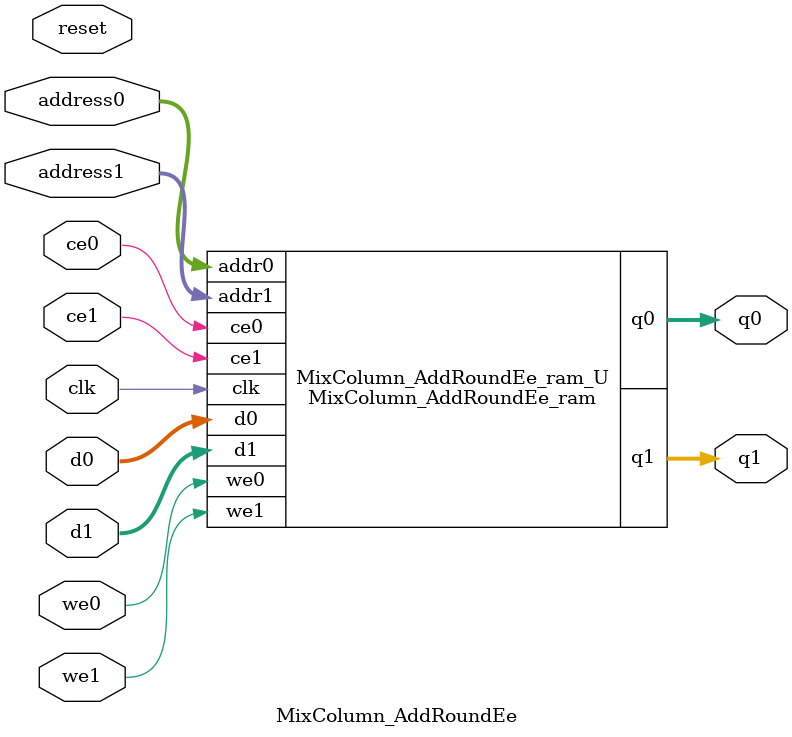
<source format=v>
`timescale 1 ns / 1 ps
module MixColumn_AddRoundEe_ram (addr0, ce0, d0, we0, q0, addr1, ce1, d1, we1, q1,  clk);

parameter DWIDTH = 32;
parameter AWIDTH = 5;
parameter MEM_SIZE = 32;

input[AWIDTH-1:0] addr0;
input ce0;
input[DWIDTH-1:0] d0;
input we0;
output reg[DWIDTH-1:0] q0;
input[AWIDTH-1:0] addr1;
input ce1;
input[DWIDTH-1:0] d1;
input we1;
output reg[DWIDTH-1:0] q1;
input clk;

(* ram_style = "block" *)reg [DWIDTH-1:0] ram[0:MEM_SIZE-1];




always @(posedge clk)  
begin 
    if (ce0) 
    begin
        if (we0) 
        begin 
            ram[addr0] <= d0; 
        end 
        q0 <= ram[addr0];
    end
end


always @(posedge clk)  
begin 
    if (ce1) 
    begin
        if (we1) 
        begin 
            ram[addr1] <= d1; 
        end 
        q1 <= ram[addr1];
    end
end


endmodule

`timescale 1 ns / 1 ps
module MixColumn_AddRoundEe(
    reset,
    clk,
    address0,
    ce0,
    we0,
    d0,
    q0,
    address1,
    ce1,
    we1,
    d1,
    q1);

parameter DataWidth = 32'd32;
parameter AddressRange = 32'd32;
parameter AddressWidth = 32'd5;
input reset;
input clk;
input[AddressWidth - 1:0] address0;
input ce0;
input we0;
input[DataWidth - 1:0] d0;
output[DataWidth - 1:0] q0;
input[AddressWidth - 1:0] address1;
input ce1;
input we1;
input[DataWidth - 1:0] d1;
output[DataWidth - 1:0] q1;



MixColumn_AddRoundEe_ram MixColumn_AddRoundEe_ram_U(
    .clk( clk ),
    .addr0( address0 ),
    .ce0( ce0 ),
    .we0( we0 ),
    .d0( d0 ),
    .q0( q0 ),
    .addr1( address1 ),
    .ce1( ce1 ),
    .we1( we1 ),
    .d1( d1 ),
    .q1( q1 ));

endmodule


</source>
